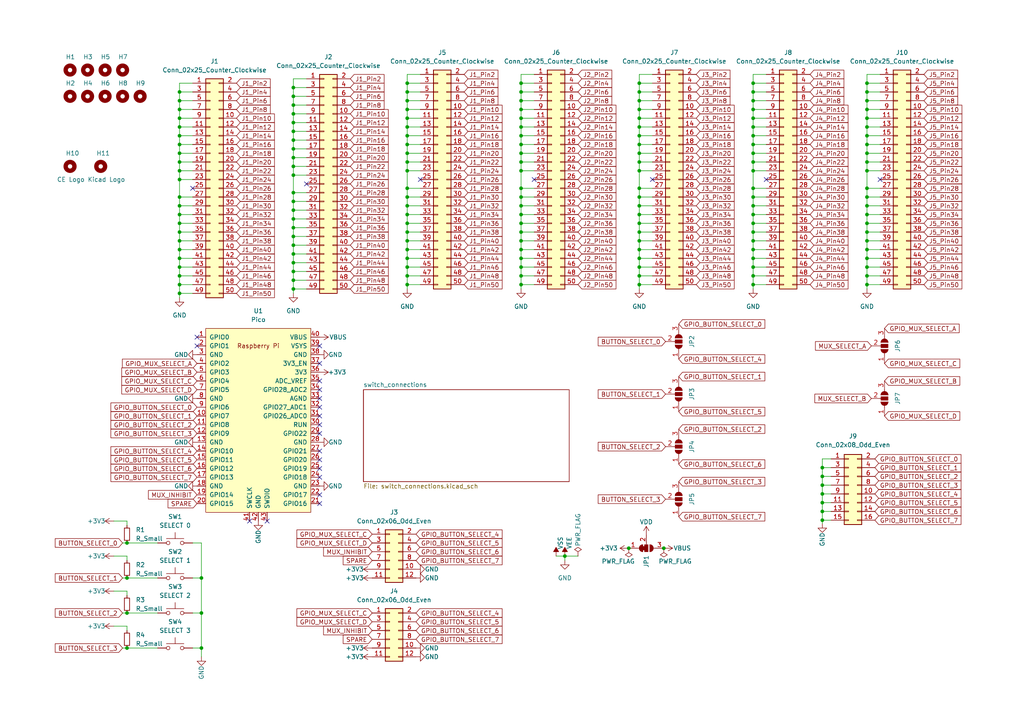
<source format=kicad_sch>
(kicad_sch (version 20211123) (generator eeschema)
  (paper "A4")
  (junction (at 118.11 49.53))
  (junction (at 218.44 62.23))
  (junction (at 185.42 80.01))
  (junction (at 238.506 145.796))
  (junction (at 151.13 72.39))
  (junction (at 185.42 59.69))
  (junction (at 151.13 82.55))
  (junction (at 118.11 57.15))
  (junction (at 185.42 44.45))
  (junction (at 151.13 74.93))
  (junction (at 52.07 44.45))
  (junction (at 218.44 36.83))
  (junction (at 36.83 187.96))
  (junction (at 118.11 72.39))
  (junction (at 85.09 66.04))
  (junction (at 251.46 41.91))
  (junction (at 118.11 74.93))
  (junction (at 52.07 62.23))
  (junction (at 251.46 82.55))
  (junction (at 151.13 80.01))
  (junction (at 218.44 41.91))
  (junction (at 218.44 39.37))
  (junction (at 52.07 39.37))
  (junction (at 238.506 138.176))
  (junction (at 251.46 31.75))
  (junction (at 85.09 35.56))
  (junction (at 118.11 44.45))
  (junction (at 151.13 39.37))
  (junction (at 118.11 41.91))
  (junction (at 52.07 69.85))
  (junction (at 251.46 57.15))
  (junction (at 85.09 63.5))
  (junction (at 218.44 59.69))
  (junction (at 185.42 54.61))
  (junction (at 151.13 46.99))
  (junction (at 238.506 143.256))
  (junction (at 52.07 67.31))
  (junction (at 185.42 49.53))
  (junction (at 85.09 60.96))
  (junction (at 218.44 72.39))
  (junction (at 151.13 57.15))
  (junction (at 52.07 85.09))
  (junction (at 238.506 140.716))
  (junction (at 85.09 43.18))
  (junction (at 251.46 26.67))
  (junction (at 185.42 64.77))
  (junction (at 118.11 36.83))
  (junction (at 185.42 46.99))
  (junction (at 58.42 177.8))
  (junction (at 163.83 161.29))
  (junction (at 52.07 46.99))
  (junction (at 151.13 62.23))
  (junction (at 118.11 77.47))
  (junction (at 118.11 31.75))
  (junction (at 58.42 187.96))
  (junction (at 251.46 59.69))
  (junction (at 251.46 74.93))
  (junction (at 118.11 80.01))
  (junction (at 251.46 67.31))
  (junction (at 218.44 64.77))
  (junction (at 185.42 34.29))
  (junction (at 151.13 54.61))
  (junction (at 85.09 40.64))
  (junction (at 251.46 29.21))
  (junction (at 52.07 77.47))
  (junction (at 118.11 46.99))
  (junction (at 85.09 78.74))
  (junction (at 238.506 148.336))
  (junction (at 151.13 24.13))
  (junction (at 185.42 41.91))
  (junction (at 251.46 46.99))
  (junction (at 185.42 39.37))
  (junction (at 52.07 49.53))
  (junction (at 151.13 26.67))
  (junction (at 85.09 48.26))
  (junction (at 85.09 76.2))
  (junction (at 218.44 74.93))
  (junction (at 185.42 31.75))
  (junction (at 85.09 55.88))
  (junction (at 192.532 159.004))
  (junction (at 251.46 80.01))
  (junction (at 118.11 62.23))
  (junction (at 36.83 177.8))
  (junction (at 85.09 71.12))
  (junction (at 36.83 157.48))
  (junction (at 251.46 44.45))
  (junction (at 85.09 81.28))
  (junction (at 118.11 29.21))
  (junction (at 52.07 64.77))
  (junction (at 52.07 52.07))
  (junction (at 118.11 26.67))
  (junction (at 185.42 24.13))
  (junction (at 85.09 50.8))
  (junction (at 185.42 67.31))
  (junction (at 52.07 57.15))
  (junction (at 185.42 69.85))
  (junction (at 52.07 80.01))
  (junction (at 251.46 69.85))
  (junction (at 218.44 31.75))
  (junction (at 251.46 36.83))
  (junction (at 151.13 69.85))
  (junction (at 185.42 82.55))
  (junction (at 251.46 64.77))
  (junction (at 218.44 46.99))
  (junction (at 52.07 74.93))
  (junction (at 151.13 67.31))
  (junction (at 238.506 135.636))
  (junction (at 185.42 72.39))
  (junction (at 52.07 31.75))
  (junction (at 85.09 25.4))
  (junction (at 151.13 34.29))
  (junction (at 182.372 159.004))
  (junction (at 85.09 73.66))
  (junction (at 85.09 38.1))
  (junction (at 218.44 44.45))
  (junction (at 185.42 62.23))
  (junction (at 185.42 57.15))
  (junction (at 85.09 30.48))
  (junction (at 185.42 77.47))
  (junction (at 151.13 41.91))
  (junction (at 251.46 39.37))
  (junction (at 218.44 77.47))
  (junction (at 52.07 26.67))
  (junction (at 85.09 58.42))
  (junction (at 52.07 36.83))
  (junction (at 251.46 72.39))
  (junction (at 218.44 54.61))
  (junction (at 118.11 69.85))
  (junction (at 151.13 64.77))
  (junction (at 52.07 41.91))
  (junction (at 118.11 34.29))
  (junction (at 36.83 167.64))
  (junction (at 218.44 57.15))
  (junction (at 118.11 82.55))
  (junction (at 151.13 77.47))
  (junction (at 218.44 49.53))
  (junction (at 85.09 68.58))
  (junction (at 118.11 39.37))
  (junction (at 185.42 36.83))
  (junction (at 218.44 29.21))
  (junction (at 118.11 24.13))
  (junction (at 52.07 34.29))
  (junction (at 251.46 62.23))
  (junction (at 218.44 24.13))
  (junction (at 251.46 34.29))
  (junction (at 52.07 29.21))
  (junction (at 251.46 54.61))
  (junction (at 151.13 59.69))
  (junction (at 52.07 59.69))
  (junction (at 85.09 33.02))
  (junction (at 151.13 36.83))
  (junction (at 151.13 44.45))
  (junction (at 58.42 167.64))
  (junction (at 238.506 150.876))
  (junction (at 218.44 67.31))
  (junction (at 118.11 54.61))
  (junction (at 118.11 64.77))
  (junction (at 218.44 26.67))
  (junction (at 52.07 82.55))
  (junction (at 151.13 29.21))
  (junction (at 218.44 69.85))
  (junction (at 218.44 34.29))
  (junction (at 251.46 24.13))
  (junction (at 218.44 80.01))
  (junction (at 218.44 82.55))
  (junction (at 151.13 49.53))
  (junction (at 118.11 67.31))
  (junction (at 52.07 72.39))
  (junction (at 185.42 29.21))
  (junction (at 185.42 26.67))
  (junction (at 85.09 45.72))
  (junction (at 118.11 59.69))
  (junction (at 185.42 74.93))
  (junction (at 251.46 49.53))
  (junction (at 85.09 83.82))
  (junction (at 151.13 31.75))
  (junction (at 85.09 27.94))
  (junction (at 251.46 77.47))
  (no_connect (at 189.23 52.07))
  (no_connect (at 88.9 53.34))
  (no_connect (at 121.92 52.07))
  (no_connect (at 154.94 52.07))
  (no_connect (at 57.15 97.79))
  (no_connect (at 57.15 100.33))
  (no_connect (at 77.47 151.13))
  (no_connect (at 72.39 151.13))
  (no_connect (at 92.71 143.51))
  (no_connect (at 92.71 138.43))
  (no_connect (at 92.71 146.05))
  (no_connect (at 92.71 130.81))
  (no_connect (at 92.71 125.73))
  (no_connect (at 92.71 135.89))
  (no_connect (at 92.71 133.35))
  (no_connect (at 92.71 120.65))
  (no_connect (at 92.71 123.19))
  (no_connect (at 92.71 110.49))
  (no_connect (at 92.71 118.11))
  (no_connect (at 92.71 113.03))
  (no_connect (at 92.71 115.57))
  (no_connect (at 92.71 105.41))
  (no_connect (at 92.71 100.33))
  (no_connect (at 222.25 52.07))
  (no_connect (at 255.27 52.07))
  (no_connect (at 55.88 54.61))
  (wire (pts (xy 185.42 31.75) (xy 185.42 34.29)))
  (wire (pts (xy 118.11 74.93) (xy 118.11 77.47)))
  (wire (pts (xy 218.44 57.15) (xy 222.25 57.15)))
  (wire (pts (xy 251.46 31.75) (xy 251.46 34.29)))
  (wire (pts (xy 85.09 55.88) (xy 85.09 58.42)))
  (wire (pts (xy 52.07 44.45) (xy 55.88 44.45)))
  (wire (pts (xy 85.09 30.48) (xy 88.9 30.48)))
  (wire (pts (xy 218.44 44.45) (xy 218.44 46.99)))
  (wire (pts (xy 163.83 161.29) (xy 167.64 161.29)))
  (wire (pts (xy 251.46 72.39) (xy 255.27 72.39)))
  (wire (pts (xy 121.92 21.59) (xy 118.11 21.59)))
  (wire (pts (xy 118.11 77.47) (xy 118.11 80.01)))
  (wire (pts (xy 218.44 39.37) (xy 222.25 39.37)))
  (wire (pts (xy 151.13 29.21) (xy 151.13 31.75)))
  (wire (pts (xy 52.07 59.69) (xy 55.88 59.69)))
  (wire (pts (xy 251.46 72.39) (xy 251.46 74.93)))
  (wire (pts (xy 251.46 26.67) (xy 251.46 29.21)))
  (wire (pts (xy 118.11 34.29) (xy 118.11 36.83)))
  (wire (pts (xy 218.44 64.77) (xy 222.25 64.77)))
  (wire (pts (xy 185.42 41.91) (xy 185.42 44.45)))
  (wire (pts (xy 151.13 59.69) (xy 154.94 59.69)))
  (wire (pts (xy 118.11 26.67) (xy 121.92 26.67)))
  (wire (pts (xy 118.11 49.53) (xy 118.11 54.61)))
  (wire (pts (xy 251.46 69.85) (xy 251.46 72.39)))
  (wire (pts (xy 118.11 62.23) (xy 118.11 64.77)))
  (wire (pts (xy 58.42 177.8) (xy 58.42 187.96)))
  (wire (pts (xy 118.11 82.55) (xy 118.11 83.82)))
  (wire (pts (xy 52.07 74.93) (xy 55.88 74.93)))
  (wire (pts (xy 185.42 34.29) (xy 189.23 34.29)))
  (wire (pts (xy 218.44 24.13) (xy 222.25 24.13)))
  (wire (pts (xy 251.46 41.91) (xy 255.27 41.91)))
  (wire (pts (xy 189.23 21.59) (xy 185.42 21.59)))
  (wire (pts (xy 251.46 41.91) (xy 251.46 44.45)))
  (wire (pts (xy 118.11 64.77) (xy 118.11 67.31)))
  (wire (pts (xy 36.83 152.4) (xy 36.83 151.13)))
  (wire (pts (xy 52.07 29.21) (xy 52.07 31.75)))
  (wire (pts (xy 85.09 68.58) (xy 88.9 68.58)))
  (wire (pts (xy 52.07 85.09) (xy 52.07 86.36)))
  (wire (pts (xy 85.09 33.02) (xy 88.9 33.02)))
  (wire (pts (xy 251.46 26.67) (xy 255.27 26.67)))
  (wire (pts (xy 85.09 50.8) (xy 88.9 50.8)))
  (wire (pts (xy 52.07 64.77) (xy 55.88 64.77)))
  (wire (pts (xy 52.07 52.07) (xy 55.88 52.07)))
  (wire (pts (xy 251.46 54.61) (xy 251.46 57.15)))
  (wire (pts (xy 251.46 24.13) (xy 255.27 24.13)))
  (wire (pts (xy 185.42 82.55) (xy 189.23 82.55)))
  (wire (pts (xy 52.07 44.45) (xy 52.07 46.99)))
  (wire (pts (xy 52.07 49.53) (xy 55.88 49.53)))
  (wire (pts (xy 251.46 74.93) (xy 251.46 77.47)))
  (wire (pts (xy 55.88 177.8) (xy 58.42 177.8)))
  (wire (pts (xy 118.11 69.85) (xy 121.92 69.85)))
  (wire (pts (xy 185.42 49.53) (xy 185.42 54.61)))
  (wire (pts (xy 185.42 49.53) (xy 189.23 49.53)))
  (wire (pts (xy 36.83 161.29) (xy 33.02 161.29)))
  (wire (pts (xy 251.46 36.83) (xy 255.27 36.83)))
  (wire (pts (xy 185.42 62.23) (xy 189.23 62.23)))
  (wire (pts (xy 118.11 67.31) (xy 118.11 69.85)))
  (wire (pts (xy 118.11 80.01) (xy 118.11 82.55)))
  (wire (pts (xy 218.44 26.67) (xy 218.44 29.21)))
  (wire (pts (xy 85.09 66.04) (xy 85.09 68.58)))
  (wire (pts (xy 241.046 140.716) (xy 238.506 140.716)))
  (wire (pts (xy 151.13 39.37) (xy 154.94 39.37)))
  (wire (pts (xy 185.42 64.77) (xy 185.42 67.31)))
  (wire (pts (xy 85.09 25.4) (xy 85.09 27.94)))
  (wire (pts (xy 52.07 46.99) (xy 55.88 46.99)))
  (wire (pts (xy 55.88 167.64) (xy 58.42 167.64)))
  (wire (pts (xy 52.07 62.23) (xy 55.88 62.23)))
  (wire (pts (xy 52.07 74.93) (xy 52.07 77.47)))
  (wire (pts (xy 185.42 72.39) (xy 185.42 74.93)))
  (wire (pts (xy 185.42 21.59) (xy 185.42 24.13)))
  (wire (pts (xy 218.44 62.23) (xy 218.44 64.77)))
  (wire (pts (xy 85.09 63.5) (xy 85.09 66.04)))
  (wire (pts (xy 151.13 62.23) (xy 151.13 64.77)))
  (wire (pts (xy 151.13 36.83) (xy 154.94 36.83)))
  (wire (pts (xy 118.11 57.15) (xy 121.92 57.15)))
  (wire (pts (xy 118.11 46.99) (xy 121.92 46.99)))
  (wire (pts (xy 251.46 62.23) (xy 255.27 62.23)))
  (wire (pts (xy 218.44 49.53) (xy 222.25 49.53)))
  (wire (pts (xy 118.11 54.61) (xy 118.11 57.15)))
  (wire (pts (xy 151.13 57.15) (xy 154.94 57.15)))
  (wire (pts (xy 163.83 161.29) (xy 163.83 162.56)))
  (wire (pts (xy 218.44 36.83) (xy 218.44 39.37)))
  (wire (pts (xy 185.42 26.67) (xy 189.23 26.67)))
  (wire (pts (xy 36.83 172.72) (xy 36.83 171.45)))
  (wire (pts (xy 151.13 64.77) (xy 154.94 64.77)))
  (wire (pts (xy 185.42 57.15) (xy 189.23 57.15)))
  (wire (pts (xy 185.42 80.01) (xy 185.42 82.55)))
  (wire (pts (xy 151.13 41.91) (xy 151.13 44.45)))
  (wire (pts (xy 52.07 34.29) (xy 55.88 34.29)))
  (wire (pts (xy 185.42 74.93) (xy 189.23 74.93)))
  (wire (pts (xy 218.44 21.59) (xy 218.44 24.13)))
  (wire (pts (xy 218.44 46.99) (xy 222.25 46.99)))
  (wire (pts (xy 52.07 39.37) (xy 52.07 41.91)))
  (wire (pts (xy 151.13 24.13) (xy 151.13 26.67)))
  (wire (pts (xy 85.09 78.74) (xy 88.9 78.74)))
  (wire (pts (xy 36.83 187.96) (xy 45.72 187.96)))
  (wire (pts (xy 185.42 59.69) (xy 189.23 59.69)))
  (wire (pts (xy 36.83 162.56) (xy 36.83 161.29)))
  (wire (pts (xy 36.83 171.45) (xy 33.02 171.45)))
  (wire (pts (xy 251.46 59.69) (xy 251.46 62.23)))
  (wire (pts (xy 85.09 73.66) (xy 88.9 73.66)))
  (wire (pts (xy 218.44 34.29) (xy 218.44 36.83)))
  (wire (pts (xy 52.07 69.85) (xy 52.07 72.39)))
  (wire (pts (xy 251.46 80.01) (xy 255.27 80.01)))
  (wire (pts (xy 36.83 151.13) (xy 33.02 151.13)))
  (wire (pts (xy 251.46 31.75) (xy 255.27 31.75)))
  (wire (pts (xy 185.42 62.23) (xy 185.42 64.77)))
  (wire (pts (xy 85.09 81.28) (xy 88.9 81.28)))
  (wire (pts (xy 151.13 67.31) (xy 154.94 67.31)))
  (wire (pts (xy 52.07 82.55) (xy 55.88 82.55)))
  (wire (pts (xy 118.11 24.13) (xy 118.11 26.67)))
  (wire (pts (xy 85.09 58.42) (xy 88.9 58.42)))
  (wire (pts (xy 238.506 143.256) (xy 238.506 145.796)))
  (wire (pts (xy 251.46 82.55) (xy 255.27 82.55)))
  (wire (pts (xy 185.42 54.61) (xy 189.23 54.61)))
  (wire (pts (xy 85.09 76.2) (xy 85.09 78.74)))
  (wire (pts (xy 151.13 31.75) (xy 154.94 31.75)))
  (wire (pts (xy 151.13 72.39) (xy 151.13 74.93)))
  (wire (pts (xy 118.11 39.37) (xy 121.92 39.37)))
  (wire (pts (xy 251.46 64.77) (xy 255.27 64.77)))
  (wire (pts (xy 251.46 44.45) (xy 255.27 44.45)))
  (wire (pts (xy 218.44 59.69) (xy 218.44 62.23)))
  (wire (pts (xy 52.07 41.91) (xy 52.07 44.45)))
  (wire (pts (xy 118.11 39.37) (xy 118.11 41.91)))
  (wire (pts (xy 151.13 34.29) (xy 154.94 34.29)))
  (wire (pts (xy 251.46 49.53) (xy 255.27 49.53)))
  (wire (pts (xy 55.88 157.48) (xy 58.42 157.48)))
  (wire (pts (xy 218.44 34.29) (xy 222.25 34.29)))
  (wire (pts (xy 52.07 69.85) (xy 55.88 69.85)))
  (wire (pts (xy 218.44 67.31) (xy 218.44 69.85)))
  (wire (pts (xy 251.46 74.93) (xy 255.27 74.93)))
  (wire (pts (xy 238.506 135.636) (xy 241.046 135.636)))
  (wire (pts (xy 118.11 36.83) (xy 121.92 36.83)))
  (wire (pts (xy 118.11 69.85) (xy 118.11 72.39)))
  (wire (pts (xy 251.46 67.31) (xy 255.27 67.31)))
  (wire (pts (xy 185.42 36.83) (xy 185.42 39.37)))
  (wire (pts (xy 52.07 80.01) (xy 52.07 82.55)))
  (wire (pts (xy 161.29 161.29) (xy 163.83 161.29)))
  (wire (pts (xy 36.83 182.88) (xy 36.83 181.61)))
  (wire (pts (xy 52.07 62.23) (xy 52.07 64.77)))
  (wire (pts (xy 238.506 138.176) (xy 241.046 138.176)))
  (wire (pts (xy 251.46 77.47) (xy 251.46 80.01)))
  (wire (pts (xy 151.13 29.21) (xy 154.94 29.21)))
  (wire (pts (xy 151.13 49.53) (xy 154.94 49.53)))
  (wire (pts (xy 185.42 69.85) (xy 189.23 69.85)))
  (wire (pts (xy 118.11 41.91) (xy 121.92 41.91)))
  (wire (pts (xy 85.09 38.1) (xy 85.09 40.64)))
  (wire (pts (xy 238.506 140.716) (xy 238.506 143.256)))
  (wire (pts (xy 251.46 29.21) (xy 255.27 29.21)))
  (wire (pts (xy 151.13 69.85) (xy 151.13 72.39)))
  (wire (pts (xy 52.07 80.01) (xy 55.88 80.01)))
  (wire (pts (xy 151.13 69.85) (xy 154.94 69.85)))
  (wire (pts (xy 185.42 34.29) (xy 185.42 36.83)))
  (wire (pts (xy 85.09 73.66) (xy 85.09 76.2)))
  (wire (pts (xy 88.9 22.86) (xy 85.09 22.86)))
  (wire (pts (xy 218.44 77.47) (xy 222.25 77.47)))
  (wire (pts (xy 52.07 31.75) (xy 52.07 34.29)))
  (wire (pts (xy 55.88 24.13) (xy 52.07 24.13)))
  (wire (pts (xy 251.46 62.23) (xy 251.46 64.77)))
  (wire (pts (xy 85.09 58.42) (xy 85.09 60.96)))
  (wire (pts (xy 185.42 77.47) (xy 185.42 80.01)))
  (wire (pts (xy 218.44 72.39) (xy 222.25 72.39)))
  (wire (pts (xy 52.07 72.39) (xy 52.07 74.93)))
  (wire (pts (xy 85.09 48.26) (xy 88.9 48.26)))
  (wire (pts (xy 251.46 34.29) (xy 251.46 36.83)))
  (wire (pts (xy 118.11 31.75) (xy 118.11 34.29)))
  (wire (pts (xy 85.09 66.04) (xy 88.9 66.04)))
  (wire (pts (xy 35.56 157.48) (xy 36.83 157.48)))
  (wire (pts (xy 85.09 40.64) (xy 88.9 40.64)))
  (wire (pts (xy 218.44 46.99) (xy 218.44 49.53)))
  (wire (pts (xy 185.42 44.45) (xy 189.23 44.45)))
  (wire (pts (xy 52.07 67.31) (xy 55.88 67.31)))
  (wire (pts (xy 85.09 55.88) (xy 88.9 55.88)))
  (wire (pts (xy 218.44 69.85) (xy 222.25 69.85)))
  (wire (pts (xy 218.44 41.91) (xy 222.25 41.91)))
  (wire (pts (xy 218.44 36.83) (xy 222.25 36.83)))
  (wire (pts (xy 118.11 67.31) (xy 121.92 67.31)))
  (wire (pts (xy 151.13 49.53) (xy 151.13 54.61)))
  (wire (pts (xy 52.07 52.07) (xy 52.07 57.15)))
  (wire (pts (xy 118.11 72.39) (xy 121.92 72.39)))
  (wire (pts (xy 185.42 39.37) (xy 189.23 39.37)))
  (wire (pts (xy 151.13 80.01) (xy 151.13 82.55)))
  (wire (pts (xy 218.44 57.15) (xy 218.44 59.69)))
  (wire (pts (xy 36.83 157.48) (xy 45.72 157.48)))
  (wire (pts (xy 218.44 44.45) (xy 222.25 44.45)))
  (wire (pts (xy 36.83 177.8) (xy 45.72 177.8)))
  (wire (pts (xy 222.25 21.59) (xy 218.44 21.59)))
  (wire (pts (xy 185.42 59.69) (xy 185.42 62.23)))
  (wire (pts (xy 151.13 77.47) (xy 151.13 80.01)))
  (wire (pts (xy 218.44 62.23) (xy 222.25 62.23)))
  (wire (pts (xy 218.44 49.53) (xy 218.44 54.61)))
  (wire (pts (xy 118.11 59.69) (xy 121.92 59.69)))
  (wire (pts (xy 251.46 54.61) (xy 255.27 54.61)))
  (wire (pts (xy 238.506 150.876) (xy 238.506 151.892)))
  (wire (pts (xy 52.07 59.69) (xy 52.07 62.23)))
  (wire (pts (xy 52.07 36.83) (xy 55.88 36.83)))
  (wire (pts (xy 118.11 31.75) (xy 121.92 31.75)))
  (wire (pts (xy 151.13 24.13) (xy 154.94 24.13)))
  (wire (pts (xy 151.13 21.59) (xy 151.13 24.13)))
  (wire (pts (xy 36.83 167.64) (xy 45.72 167.64)))
  (wire (pts (xy 151.13 57.15) (xy 151.13 59.69)))
  (wire (pts (xy 85.09 35.56) (xy 85.09 38.1)))
  (wire (pts (xy 151.13 26.67) (xy 151.13 29.21)))
  (wire (pts (xy 185.42 69.85) (xy 185.42 72.39)))
  (wire (pts (xy 151.13 64.77) (xy 151.13 67.31)))
  (wire (pts (xy 118.11 44.45) (xy 118.11 46.99)))
  (wire (pts (xy 35.56 167.64) (xy 36.83 167.64)))
  (wire (pts (xy 85.09 83.82) (xy 85.09 85.09)))
  (wire (pts (xy 85.09 43.18) (xy 88.9 43.18)))
  (wire (pts (xy 85.09 25.4) (xy 88.9 25.4)))
  (wire (pts (xy 85.09 50.8) (xy 85.09 55.88)))
  (wire (pts (xy 251.46 67.31) (xy 251.46 69.85)))
  (wire (pts (xy 241.046 148.336) (xy 238.506 148.336)))
  (wire (pts (xy 151.13 44.45) (xy 151.13 46.99)))
  (wire (pts (xy 151.13 62.23) (xy 154.94 62.23)))
  (wire (pts (xy 52.07 41.91) (xy 55.88 41.91)))
  (wire (pts (xy 185.42 82.55) (xy 185.42 83.82)))
  (wire (pts (xy 185.42 44.45) (xy 185.42 46.99)))
  (wire (pts (xy 185.42 29.21) (xy 189.23 29.21)))
  (wire (pts (xy 52.07 57.15) (xy 52.07 59.69)))
  (wire (pts (xy 151.13 54.61) (xy 154.94 54.61)))
  (wire (pts (xy 218.44 69.85) (xy 218.44 72.39)))
  (wire (pts (xy 218.44 74.93) (xy 218.44 77.47)))
  (wire (pts (xy 218.44 24.13) (xy 218.44 26.67)))
  (wire (pts (xy 85.09 71.12) (xy 88.9 71.12)))
  (wire (pts (xy 151.13 46.99) (xy 154.94 46.99)))
  (wire (pts (xy 251.46 57.15) (xy 255.27 57.15)))
  (wire (pts (xy 52.07 57.15) (xy 55.88 57.15)))
  (wire (pts (xy 185.42 77.47) (xy 189.23 77.47)))
  (wire (pts (xy 185.42 39.37) (xy 185.42 41.91)))
  (wire (pts (xy 251.46 59.69) (xy 255.27 59.69)))
  (wire (pts (xy 185.42 57.15) (xy 185.42 59.69)))
  (wire (pts (xy 118.11 29.21) (xy 121.92 29.21)))
  (wire (pts (xy 85.09 60.96) (xy 85.09 63.5)))
  (wire (pts (xy 118.11 26.67) (xy 118.11 29.21)))
  (wire (pts (xy 218.44 29.21) (xy 222.25 29.21)))
  (wire (pts (xy 55.88 187.96) (xy 58.42 187.96)))
  (wire (pts (xy 218.44 59.69) (xy 222.25 59.69)))
  (wire (pts (xy 218.44 26.67) (xy 222.25 26.67)))
  (wire (pts (xy 85.09 83.82) (xy 88.9 83.82)))
  (wire (pts (xy 238.506 145.796) (xy 241.046 145.796)))
  (wire (pts (xy 218.44 67.31) (xy 222.25 67.31)))
  (wire (pts (xy 185.42 67.31) (xy 185.42 69.85)))
  (wire (pts (xy 251.46 29.21) (xy 251.46 31.75)))
  (wire (pts (xy 151.13 74.93) (xy 154.94 74.93)))
  (wire (pts (xy 52.07 85.09) (xy 55.88 85.09)))
  (wire (pts (xy 185.42 46.99) (xy 189.23 46.99)))
  (wire (pts (xy 185.42 29.21) (xy 185.42 31.75)))
  (wire (pts (xy 85.09 22.86) (xy 85.09 25.4)))
  (wire (pts (xy 218.44 82.55) (xy 222.25 82.55)))
  (wire (pts (xy 218.44 64.77) (xy 218.44 67.31)))
  (wire (pts (xy 52.07 24.13) (xy 52.07 26.67)))
  (wire (pts (xy 154.94 21.59) (xy 151.13 21.59)))
  (wire (pts (xy 151.13 26.67) (xy 154.94 26.67)))
  (wire (pts (xy 238.506 133.096) (xy 238.506 135.636)))
  (wire (pts (xy 218.44 29.21) (xy 218.44 31.75)))
  (wire (pts (xy 85.09 30.48) (xy 85.09 33.02)))
  (wire (pts (xy 35.56 187.96) (xy 36.83 187.96)))
  (wire (pts (xy 185.42 26.67) (xy 185.42 29.21)))
  (wire (pts (xy 118.11 82.55) (xy 121.92 82.55)))
  (wire (pts (xy 218.44 72.39) (xy 218.44 74.93)))
  (wire (pts (xy 85.09 27.94) (xy 85.09 30.48)))
  (wire (pts (xy 52.07 49.53) (xy 52.07 52.07)))
  (wire (pts (xy 52.07 64.77) (xy 52.07 67.31)))
  (wire (pts (xy 52.07 46.99) (xy 52.07 49.53)))
  (wire (pts (xy 218.44 41.91) (xy 218.44 44.45)))
  (wire (pts (xy 85.09 68.58) (xy 85.09 71.12)))
  (wire (pts (xy 52.07 36.83) (xy 52.07 39.37)))
  (wire (pts (xy 52.07 82.55) (xy 52.07 85.09)))
  (wire (pts (xy 238.506 143.256) (xy 241.046 143.256)))
  (wire (pts (xy 185.42 36.83) (xy 189.23 36.83)))
  (wire (pts (xy 251.46 44.45) (xy 251.46 46.99)))
  (wire (pts (xy 85.09 71.12) (xy 85.09 73.66)))
  (wire (pts (xy 218.44 80.01) (xy 218.44 82.55)))
  (wire (pts (xy 151.13 39.37) (xy 151.13 41.91)))
  (wire (pts (xy 251.46 69.85) (xy 255.27 69.85)))
  (wire (pts (xy 251.46 21.59) (xy 251.46 24.13)))
  (wire (pts (xy 151.13 36.83) (xy 151.13 39.37)))
  (wire (pts (xy 118.11 24.13) (xy 121.92 24.13)))
  (wire (pts (xy 85.09 45.72) (xy 88.9 45.72)))
  (wire (pts (xy 85.09 48.26) (xy 85.09 50.8)))
  (wire (pts (xy 251.46 46.99) (xy 251.46 49.53)))
  (wire (pts (xy 58.42 187.96) (xy 58.42 190.5)))
  (wire (pts (xy 85.09 40.64) (xy 85.09 43.18)))
  (wire (pts (xy 118.11 34.29) (xy 121.92 34.29)))
  (wire (pts (xy 33.02 181.61) (xy 36.83 181.61)))
  (wire (pts (xy 218.44 54.61) (xy 222.25 54.61)))
  (wire (pts (xy 52.07 26.67) (xy 52.07 29.21)))
  (wire (pts (xy 52.07 72.39) (xy 55.88 72.39)))
  (wire (pts (xy 52.07 34.29) (xy 52.07 36.83)))
  (wire (pts (xy 241.046 133.096) (xy 238.506 133.096)))
  (wire (pts (xy 118.11 64.77) (xy 121.92 64.77)))
  (wire (pts (xy 118.11 77.47) (xy 121.92 77.47)))
  (wire (pts (xy 58.42 167.64) (xy 58.42 177.8)))
  (wire (pts (xy 151.13 67.31) (xy 151.13 69.85)))
  (wire (pts (xy 185.42 41.91) (xy 189.23 41.91)))
  (wire (pts (xy 52.07 29.21) (xy 55.88 29.21)))
  (wire (pts (xy 118.11 46.99) (xy 118.11 49.53)))
  (wire (pts (xy 85.09 35.56) (xy 88.9 35.56)))
  (wire (pts (xy 118.11 44.45) (xy 121.92 44.45)))
  (wire (pts (xy 185.42 24.13) (xy 185.42 26.67)))
  (wire (pts (xy 185.42 72.39) (xy 189.23 72.39)))
  (wire (pts (xy 251.46 24.13) (xy 251.46 26.67)))
  (wire (pts (xy 85.09 76.2) (xy 88.9 76.2)))
  (wire (pts (xy 185.42 74.93) (xy 185.42 77.47)))
  (wire (pts (xy 151.13 41.91) (xy 154.94 41.91)))
  (wire (pts (xy 151.13 59.69) (xy 151.13 62.23)))
  (wire (pts (xy 151.13 74.93) (xy 151.13 77.47)))
  (wire (pts (xy 151.13 54.61) (xy 151.13 57.15)))
  (wire (pts (xy 218.44 82.55) (xy 218.44 83.82)))
  (wire (pts (xy 85.09 63.5) (xy 88.9 63.5)))
  (wire (pts (xy 238.506 135.636) (xy 238.506 138.176)))
  (wire (pts (xy 218.44 80.01) (xy 222.25 80.01)))
  (wire (pts (xy 251.46 80.01) (xy 251.46 82.55)))
  (wire (pts (xy 251.46 82.55) (xy 251.46 83.82)))
  (wire (pts (xy 118.11 54.61) (xy 121.92 54.61)))
  (wire (pts (xy 85.09 27.94) (xy 88.9 27.94)))
  (wire (pts (xy 118.11 41.91) (xy 118.11 44.45)))
  (wire (pts (xy 118.11 72.39) (xy 118.11 74.93)))
  (wire (pts (xy 85.09 45.72) (xy 85.09 48.26)))
  (wire (pts (xy 85.09 60.96) (xy 88.9 60.96)))
  (wire (pts (xy 52.07 67.31) (xy 52.07 69.85)))
  (wire (pts (xy 255.27 21.59) (xy 251.46 21.59)))
  (wire (pts (xy 118.11 62.23) (xy 121.92 62.23)))
  (wire (pts (xy 238.506 145.796) (xy 238.506 148.336)))
  (wire (pts (xy 118.11 74.93) (xy 121.92 74.93)))
  (wire (pts (xy 52.07 26.67) (xy 55.88 26.67)))
  (wire (pts (xy 185.42 54.61) (xy 185.42 57.15)))
  (wire (pts (xy 151.13 72.39) (xy 154.94 72.39)))
  (wire (pts (xy 85.09 81.28) (xy 85.09 83.82)))
  (wire (pts (xy 251.46 36.83) (xy 251.46 39.37)))
  (wire (pts (xy 251.46 39.37) (xy 255.27 39.37)))
  (wire (pts (xy 151.13 34.29) (xy 151.13 36.83)))
  (wire (pts (xy 151.13 31.75) (xy 151.13 34.29)))
  (wire (pts (xy 118.11 57.15) (xy 118.11 59.69)))
  (wire (pts (xy 118.11 36.83) (xy 118.11 39.37)))
  (wire (pts (xy 151.13 82.55) (xy 154.94 82.55)))
  (wire (pts (xy 118.11 21.59) (xy 118.11 24.13)))
  (wire (pts (xy 151.13 82.55) (xy 151.13 83.82)))
  (wire (pts (xy 118.11 59.69) (xy 118.11 62.23)))
  (wire (pts (xy 218.44 31.75) (xy 222.25 31.75)))
  (wire (pts (xy 151.13 44.45) (xy 154.94 44.45)))
  (wire (pts (xy 251.46 46.99) (xy 255.27 46.99)))
  (wire (pts (xy 218.44 39.37) (xy 218.44 41.91)))
  (wire (pts (xy 151.13 80.01) (xy 154.94 80.01)))
  (wire (pts (xy 85.09 38.1) (xy 88.9 38.1)))
  (wire (pts (xy 251.46 49.53) (xy 251.46 54.61)))
  (wire (pts (xy 58.42 157.48) (xy 58.42 167.64)))
  (wire (pts (xy 251.46 57.15) (xy 251.46 59.69)))
  (wire (pts (xy 85.09 33.02) (xy 85.09 35.56)))
  (wire (pts (xy 238.506 148.336) (xy 238.506 150.876)))
  (wire (pts (xy 185.42 24.13) (xy 189.23 24.13)))
  (wire (pts (xy 185.42 46.99) (xy 185.42 49.53)))
  (wire (pts (xy 151.13 77.47) (xy 154.94 77.47)))
  (wire (pts (xy 218.44 31.75) (xy 218.44 34.29)))
  (wire (pts (xy 185.42 31.75) (xy 189.23 31.75)))
  (wire (pts (xy 35.56 177.8) (xy 36.83 177.8)))
  (wire (pts (xy 238.506 138.176) (xy 238.506 140.716)))
  (wire (pts (xy 185.42 80.01) (xy 189.23 80.01)))
  (wire (pts (xy 218.44 74.93) (xy 222.25 74.93)))
  (wire (pts (xy 251.46 39.37) (xy 251.46 41.91)))
  (wire (pts (xy 251.46 77.47) (xy 255.27 77.47)))
  (wire (pts (xy 185.42 64.77) (xy 189.23 64.77)))
  (wire (pts (xy 118.11 80.01) (xy 121.92 80.01)))
  (wire (pts (xy 52.07 77.47) (xy 55.88 77.47)))
  (wire (pts (xy 218.44 54.61) (xy 218.44 57.15)))
  (wire (pts (xy 151.13 46.99) (xy 151.13 49.53)))
  (wire (pts (xy 251.46 34.29) (xy 255.27 34.29)))
  (wire (pts (xy 118.11 29.21) (xy 118.11 31.75)))
  (wire (pts (xy 185.42 67.31) (xy 189.23 67.31)))
  (wire (pts (xy 85.09 43.18) (xy 85.09 45.72)))
  (wire (pts (xy 52.07 31.75) (xy 55.88 31.75)))
  (wire (pts (xy 241.046 150.876) (xy 238.506 150.876)))
  (wire (pts (xy 251.46 64.77) (xy 251.46 67.31)))
  (wire (pts (xy 52.07 77.47) (xy 52.07 80.01)))
  (wire (pts (xy 52.07 39.37) (xy 55.88 39.37)))
  (wire (pts (xy 218.44 77.47) (xy 218.44 80.01)))
  (wire (pts (xy 85.09 78.74) (xy 85.09 81.28)))
  (wire (pts (xy 118.11 49.53) (xy 121.92 49.53)))
  (global_label "J4_Pin2" (shape input) (at 234.95 21.59 0) (property "Intersheet References" "${INTERSHEET_REFS}" (effects hide)))
  (global_label "J1_Pin20" (shape input) (at 134.62 44.45 0) (property "Intersheet References" "${INTERSHEET_REFS}" (effects hide)))
  (global_label "J4_Pin4" (shape input) (at 234.95 24.13 0) (property "Intersheet References" "${INTERSHEET_REFS}" (effects hide)))
  (global_label "J3_Pin34" (shape input) (at 201.93 62.23 0) (property "Intersheet References" "${INTERSHEET_REFS}" (effects hide)))
  (global_label "BUTTON_SELECT_1" (shape input) (at 193.04 114.3 180) (property "Intersheet References" "${INTERSHEET_REFS}" (effects hide)))
  (global_label "J1_Pin28" (shape input) (at 134.62 54.61 0) (property "Intersheet References" "${INTERSHEET_REFS}" (effects hide)))
  (global_label "J1_Pin48" (shape input) (at 134.62 80.01 0) (property "Intersheet References" "${INTERSHEET_REFS}" (effects hide)))
  (global_label "J5_Pin50" (shape input) (at 267.97 82.55 0) (property "Intersheet References" "${INTERSHEET_REFS}" (effects hide)))
  (global_label "J1_Pin36" (shape input) (at 134.62 64.77 0) (property "Intersheet References" "${INTERSHEET_REFS}" (effects hide)))
  (global_label "J1_Pin8" (shape input) (at 134.62 29.21 0) (property "Intersheet References" "${INTERSHEET_REFS}" (effects hide)))
  (global_label "J1_Pin18" (shape input) (at 68.58 44.45 0) (property "Intersheet References" "${INTERSHEET_REFS}" (effects hide)))
  (global_label "J1_Pin26" (shape input) (at 101.6 53.34 0) (property "Intersheet References" "${INTERSHEET_REFS}" (effects hide)))
  (global_label "J3_Pin40" (shape input) (at 201.93 69.85 0) (property "Intersheet References" "${INTERSHEET_REFS}" (effects hide)))
  (global_label "GPIO_MUX_SELECT_A" (shape input) (at 256.54 95.25 0) (property "Intersheet References" "${INTERSHEET_REFS}" (effects hide)))
  (global_label "J3_Pin26" (shape input) (at 201.93 52.07 0) (property "Intersheet References" "${INTERSHEET_REFS}" (effects hide)))
  (global_label "J5_Pin16" (shape input) (at 267.97 39.37 0) (property "Intersheet References" "${INTERSHEET_REFS}" (effects hide)))
  (global_label "J5_Pin36" (shape input) (at 267.97 64.77 0) (property "Intersheet References" "${INTERSHEET_REFS}" (effects hide)))
  (global_label "J4_Pin12" (shape input) (at 234.95 34.29 0) (property "Intersheet References" "${INTERSHEET_REFS}" (effects hide)))
  (global_label "BUTTON_SELECT_2" (shape input) (at 35.56 177.8 180) (property "Intersheet References" "${INTERSHEET_REFS}" (effects hide)))
  (global_label "J2_Pin24" (shape input) (at 167.64 49.53 0) (property "Intersheet References" "${INTERSHEET_REFS}" (effects hide)))
  (global_label "J1_Pin42" (shape input) (at 101.6 73.66 0) (property "Intersheet References" "${INTERSHEET_REFS}" (effects hide)))
  (global_label "J4_Pin6" (shape input) (at 234.95 26.67 0) (property "Intersheet References" "${INTERSHEET_REFS}" (effects hide)))
  (global_label "J4_Pin22" (shape input) (at 234.95 46.99 0) (property "Intersheet References" "${INTERSHEET_REFS}" (effects hide)))
  (global_label "J4_Pin40" (shape input) (at 234.95 69.85 0) (property "Intersheet References" "${INTERSHEET_REFS}" (effects hide)))
  (global_label "J1_Pin26" (shape input) (at 68.58 54.61 0) (property "Intersheet References" "${INTERSHEET_REFS}" (effects hide)))
  (global_label "J3_Pin6" (shape input) (at 201.93 26.67 0) (property "Intersheet References" "${INTERSHEET_REFS}" (effects hide)))
  (global_label "J3_Pin2" (shape input) (at 201.93 21.59 0) (property "Intersheet References" "${INTERSHEET_REFS}" (effects hide)))
  (global_label "GPIO_BUTTON_SELECT_3" (shape input) (at 253.746 140.716 0) (property "Intersheet References" "${INTERSHEET_REFS}" (effects hide)))
  (global_label "J2_Pin46" (shape input) (at 167.64 77.47 0) (property "Intersheet References" "${INTERSHEET_REFS}" (effects hide)))
  (global_label "J1_Pin28" (shape input) (at 101.6 55.88 0) (property "Intersheet References" "${INTERSHEET_REFS}" (effects hide)))
  (global_label "J1_Pin18" (shape input) (at 101.6 43.18 0) (property "Intersheet References" "${INTERSHEET_REFS}" (effects hide)))
  (global_label "J1_Pin46" (shape input) (at 101.6 78.74 0) (property "Intersheet References" "${INTERSHEET_REFS}" (effects hide)))
  (global_label "GPIO_BUTTON_SELECT_0" (shape input) (at 57.15 118.11 180) (property "Intersheet References" "${INTERSHEET_REFS}" (effects hide)))
  (global_label "GPIO_MUX_SELECT_C" (shape input) (at 256.54 105.41 0) (property "Intersheet References" "${INTERSHEET_REFS}" (effects hide)))
  (global_label "J1_Pin40" (shape input) (at 101.6 71.12 0) (property "Intersheet References" "${INTERSHEET_REFS}" (effects hide)))
  (global_label "J2_Pin40" (shape input) (at 167.64 69.85 0) (property "Intersheet References" "${INTERSHEET_REFS}" (effects hide)))
  (global_label "J4_Pin50" (shape input) (at 234.95 82.55 0) (property "Intersheet References" "${INTERSHEET_REFS}" (effects hide)))
  (global_label "GPIO_MUX_SELECT_C" (shape input) (at 107.95 154.94 180) (property "Intersheet References" "${INTERSHEET_REFS}" (effects hide)))
  (global_label "J3_Pin46" (shape input) (at 201.93 77.47 0) (property "Intersheet References" "${INTERSHEET_REFS}" (effects hide)))
  (global_label "J3_Pin12" (shape input) (at 201.93 34.29 0) (property "Intersheet References" "${INTERSHEET_REFS}" (effects hide)))
  (global_label "J2_Pin32" (shape input) (at 167.64 59.69 0) (property "Intersheet References" "${INTERSHEET_REFS}" (effects hide)))
  (global_label "GPIO_BUTTON_SELECT_4" (shape input) (at 57.15 130.81 180) (property "Intersheet References" "${INTERSHEET_REFS}" (effects hide)))
  (global_label "J3_Pin42" (shape input) (at 201.93 72.39 0) (property "Intersheet References" "${INTERSHEET_REFS}" (effects hide)))
  (global_label "J4_Pin14" (shape input) (at 234.95 36.83 0) (property "Intersheet References" "${INTERSHEET_REFS}" (effects hide)))
  (global_label "GPIO_MUX_SELECT_D" (shape input) (at 57.15 113.03 180) (property "Intersheet References" "${INTERSHEET_REFS}" (effects hide)))
  (global_label "J1_Pin50" (shape input) (at 134.62 82.55 0) (property "Intersheet References" "${INTERSHEET_REFS}" (effects hide)))
  (global_label "J1_Pin34" (shape input) (at 134.62 62.23 0) (property "Intersheet References" "${INTERSHEET_REFS}" (effects hide)))
  (global_label "J1_Pin18" (shape input) (at 134.62 41.91 0) (property "Intersheet References" "${INTERSHEET_REFS}" (effects hide)))
  (global_label "J1_Pin12" (shape input) (at 134.62 34.29 0) (property "Intersheet References" "${INTERSHEET_REFS}" (effects hide)))
  (global_label "J5_Pin38" (shape input) (at 267.97 67.31 0) (property "Intersheet References" "${INTERSHEET_REFS}" (effects hide)))
  (global_label "J5_Pin18" (shape input) (at 267.97 41.91 0) (property "Intersheet References" "${INTERSHEET_REFS}" (effects hide)))
  (global_label "J2_Pin8" (shape input) (at 167.64 29.21 0) (property "Intersheet References" "${INTERSHEET_REFS}" (effects hide)))
  (global_label "GPIO_BUTTON_SELECT_5" (shape input) (at 196.85 119.38 0) (property "Intersheet References" "${INTERSHEET_REFS}" (effects hide)))
  (global_label "GPIO_BUTTON_SELECT_7" (shape input) (at 120.65 162.56 0) (property "Intersheet References" "${INTERSHEET_REFS}" (effects hide)))
  (global_label "J5_Pin6" (shape input) (at 267.97 26.67 0) (property "Intersheet References" "${INTERSHEET_REFS}" (effects hide)))
  (global_label "J1_Pin14" (shape input) (at 101.6 38.1 0) (property "Intersheet References" "${INTERSHEET_REFS}" (effects hide)))
  (global_label "J1_Pin22" (shape input) (at 134.62 46.99 0) (property "Intersheet References" "${INTERSHEET_REFS}" (effects hide)))
  (global_label "J1_Pin2" (shape input) (at 68.58 24.13 0) (property "Intersheet References" "${INTERSHEET_REFS}" (effects hide)))
  (global_label "J3_Pin32" (shape input) (at 201.93 59.69 0) (property "Intersheet References" "${INTERSHEET_REFS}" (effects hide)))
  (global_label "GPIO_MUX_SELECT_D" (shape input) (at 107.95 180.34 180) (property "Intersheet References" "${INTERSHEET_REFS}" (effects hide)))
  (global_label "J3_Pin16" (shape input) (at 201.93 39.37 0) (property "Intersheet References" "${INTERSHEET_REFS}" (effects hide)))
  (global_label "GPIO_BUTTON_SELECT_0" (shape input) (at 253.746 133.096 0) (property "Intersheet References" "${INTERSHEET_REFS}" (effects hide)))
  (global_label "GPIO_BUTTON_SELECT_5" (shape input) (at 120.65 157.48 0) (property "Intersheet References" "${INTERSHEET_REFS}" (effects hide)))
  (global_label "J1_Pin46" (shape input) (at 68.58 80.01 0) (property "Intersheet References" "${INTERSHEET_REFS}" (effects hide)))
  (global_label "GPIO_BUTTON_SELECT_7" (shape input) (at 196.85 149.86 0) (property "Intersheet References" "${INTERSHEET_REFS}" (effects hide)))
  (global_label "J5_Pin34" (shape input) (at 267.97 62.23 0) (property "Intersheet References" "${INTERSHEET_REFS}" (effects hide)))
  (global_label "J1_Pin44" (shape input) (at 101.6 76.2 0) (property "Intersheet References" "${INTERSHEET_REFS}" (effects hide)))
  (global_label "J5_Pin8" (shape input) (at 267.97 29.21 0) (property "Intersheet References" "${INTERSHEET_REFS}" (effects hide)))
  (global_label "J3_Pin50" (shape input) (at 201.93 82.55 0) (property "Intersheet References" "${INTERSHEET_REFS}" (effects hide)))
  (global_label "J1_Pin24" (shape input) (at 134.62 49.53 0) (property "Intersheet References" "${INTERSHEET_REFS}" (effects hide)))
  (global_label "MUX_SELECT_B" (shape input) (at 252.73 115.57 180) (property "Intersheet References" "${INTERSHEET_REFS}" (effects hide)))
  (global_label "J4_Pin44" (shape input) (at 234.95 74.93 0) (property "Intersheet References" "${INTERSHEET_REFS}" (effects hide)))
  (global_label "J1_Pin36" (shape input) (at 68.58 67.31 0) (property "Intersheet References" "${INTERSHEET_REFS}" (effects hide)))
  (global_label "GPIO_BUTTON_SELECT_7" (shape input) (at 57.15 138.43 180) (property "Intersheet References" "${INTERSHEET_REFS}" (effects hide)))
  (global_label "GPIO_MUX_SELECT_B" (shape input) (at 57.15 107.95 180) (property "Intersheet References" "${INTERSHEET_REFS}" (effects hide)))
  (global_label "J3_Pin30" (shape input) (at 201.93 57.15 0) (property "Intersheet References" "${INTERSHEET_REFS}" (effects hide)))
  (global_label "J5_Pin4" (shape input) (at 267.97 24.13 0) (property "Intersheet References" "${INTERSHEET_REFS}" (effects hide)))
  (global_label "J4_Pin28" (shape input) (at 234.95 54.61 0) (property "Intersheet References" "${INTERSHEET_REFS}" (effects hide)))
  (global_label "J2_Pin38" (shape input) (at 167.64 67.31 0) (property "Intersheet References" "${INTERSHEET_REFS}" (effects hide)))
  (global_label "J3_Pin38" (shape input) (at 201.93 67.31 0) (property "Intersheet References" "${INTERSHEET_REFS}" (effects hide)))
  (global_label "J4_Pin46" (shape input) (at 234.95 77.47 0) (property "Intersheet References" "${INTERSHEET_REFS}" (effects hide)))
  (global_label "J1_Pin10" (shape input) (at 101.6 33.02 0) (property "Intersheet References" "${INTERSHEET_REFS}" (effects hide)))
  (global_label "J1_Pin16" (shape input) (at 134.62 39.37 0) (property "Intersheet References" "${INTERSHEET_REFS}" (effects hide)))
  (global_label "J2_Pin10" (shape input) (at 167.64 31.75 0) (property "Intersheet References" "${INTERSHEET_REFS}" (effects hide)))
  (global_label "J4_Pin36" (shape input) (at 234.95 64.77 0) (property "Intersheet References" "${INTERSHEET_REFS}" (effects hide)))
  (global_label "BUTTON_SELECT_0" (shape input) (at 193.04 99.06 180) (property "Intersheet References" "${INTERSHEET_REFS}" (effects hide)))
  (global_label "J1_Pin30" (shape input) (at 134.62 57.15 0) (property "Intersheet References" "${INTERSHEET_REFS}" (effects hide)))
  (global_label "J3_Pin20" (shape input) (at 201.93 44.45 0) (property "Intersheet References" "${INTERSHEET_REFS}" (effects hide)))
  (global_label "GPIO_BUTTON_SELECT_6" (shape input) (at 57.15 135.89 180) (property "Intersheet References" "${INTERSHEET_REFS}" (effects hide)))
  (global_label "J5_Pin20" (shape input) (at 267.97 44.45 0) (property "Intersheet References" "${INTERSHEET_REFS}" (effects hide)))
  (global_label "J2_Pin42" (shape input) (at 167.64 72.39 0) (property "Intersheet References" "${INTERSHEET_REFS}" (effects hide)))
  (global_label "GPIO_MUX_SELECT_C" (shape input) (at 57.15 110.49 180) (property "Intersheet References" "${INTERSHEET_REFS}" (effects hide)))
  (global_label "J2_Pin4" (shape input) (at 167.64 24.13 0) (property "Intersheet References" "${INTERSHEET_REFS}" (effects hide)))
  (global_label "J1_Pin14" (shape input) (at 134.62 36.83 0) (property "Intersheet References" "${INTERSHEET_REFS}" (effects hide)))
  (global_label "J1_Pin44" (shape input) (at 68.58 77.47 0) (property "Intersheet References" "${INTERSHEET_REFS}" (effects hide)))
  (global_label "J1_Pin32" (shape input) (at 134.62 59.69 0) (property "Intersheet References" "${INTERSHEET_REFS}" (effects hide)))
  (global_label "J1_Pin12" (shape input) (at 101.6 35.56 0) (property "Intersheet References" "${INTERSHEET_REFS}" (effects hide)))
  (global_label "GPIO_MUX_SELECT_D" (shape input) (at 107.95 157.48 180) (property "Intersheet References" "${INTERSHEET_REFS}" (effects hide)))
  (global_label "J1_Pin24" (shape input) (at 68.58 52.07 0) (property "Intersheet References" "${INTERSHEET_REFS}" (effects hide)))
  (global_label "J1_Pin4" (shape input) (at 101.6 25.4 0) (property "Intersheet References" "${INTERSHEET_REFS}" (effects hide)))
  (global_label "GPIO_BUTTON_SELECT_4" (shape input) (at 196.85 104.14 0) (property "Intersheet References" "${INTERSHEET_REFS}" (effects hide)))
  (global_label "J2_Pin6" (shape input) (at 167.64 26.67 0) (property "Intersheet References" "${INTERSHEET_REFS}" (effects hide)))
  (global_label "J5_Pin28" (shape input) (at 267.97 54.61 0) (property "Intersheet References" "${INTERSHEET_REFS}" (effects hide)))
  (global_label "GPIO_BUTTON_SELECT_1" (shape input) (at 253.746 135.636 0) (property "Intersheet References" "${INTERSHEET_REFS}" (effects hide)))
  (global_label "J5_Pin42" (shape input) (at 267.97 72.39 0) (property "Intersheet References" "${INTERSHEET_REFS}" (effects hide)))
  (global_label "J1_Pin48" (shape input) (at 101.6 81.28 0) (property "Intersheet References" "${INTERSHEET_REFS}" (effects hide)))
  (global_label "J5_Pin10" (shape input) (at 267.97 31.75 0) (property "Intersheet References" "${INTERSHEET_REFS}" (effects hide)))
  (global_label "J3_Pin4" (shape input) (at 201.93 24.13 0) (property "Intersheet References" "${INTERSHEET_REFS}" (effects hide)))
  (global_label "J4_Pin26" (shape input) (at 234.95 52.07 0) (property "Intersheet References" "${INTERSHEET_REFS}" (effects hide)))
  (global_label "J1_Pin42" (shape input) (at 68.58 74.93 0) (property "Intersheet References" "${INTERSHEET_REFS}" (effects hide)))
  (global_label "GPIO_BUTTON_SELECT_2" (shape input) (at 57.15 123.19 180) (property "Intersheet References" "${INTERSHEET_REFS}" (effects hide)))
  (global_label "J2_Pin36" (shape input) (at 167.64 64.77 0) (property "Intersheet References" "${INTERSHEET_REFS}" (effects hide)))
  (global_label "J1_Pin50" (shape input) (at 101.6 83.82 0) (property "Intersheet References" "${INTERSHEET_REFS}" (effects hide)))
  (global_label "J4_Pin24" (shape input) (at 234.95 49.53 0) (property "Intersheet References" "${INTERSHEET_REFS}" (effects hide)))
  (global_label "J5_Pin32" (shape input) (at 267.97 59.69 0) (property "Intersheet References" "${INTERSHEET_REFS}" (effects hide)))
  (global_label "J2_Pin44" (shape input) (at 167.64 74.93 0) (property "Intersheet References" "${INTERSHEET_REFS}" (effects hide)))
  (global_label "J1_Pin44" (shape input) (at 134.62 74.93 0) (property "Intersheet References" "${INTERSHEET_REFS}" (effects hide)))
  (global_label "J1_Pin46" (shape input) (at 134.62 77.47 0) (property "Intersheet References" "${INTERSHEET_REFS}" (effects hide)))
  (global_label "J4_Pin16" (shape input) (at 234.95 39.37 0) (property "Intersheet References" "${INTERSHEET_REFS}" (effects hide)))
  (global_label "J3_Pin8" (shape input) (at 201.93 29.21 0) (property "Intersheet References" "${INTERSHEET_REFS}" (effects hide)))
  (global_label "J2_Pin48" (shape input) (at 167.64 80.01 0) (property "Intersheet References" "${INTERSHEET_REFS}" (effects hide)))
  (global_label "J1_Pin22" (shape input) (at 101.6 48.26 0) (property "Intersheet References" "${INTERSHEET_REFS}" (effects hide)))
  (global_label "J1_Pin6" (shape input) (at 134.62 26.67 0) (property "Intersheet References" "${INTERSHEET_REFS}" (effects hide)))
  (global_label "J5_Pin14" (shape input) (at 267.97 36.83 0) (property "Intersheet References" "${INTERSHEET_REFS}" (effects hide)))
  (global_label "J5_Pin40" (shape input) (at 267.97 69.85 0) (property "Intersheet References" "${INTERSHEET_REFS}" (effects hide)))
  (global_label "J3_Pin22" (shape input) (at 201.93 46.99 0) (property "Intersheet References" "${INTERSHEET_REFS}" (effects hide)))
  (global_label "J1_Pin42" (shape input) (at 134.62 72.39 0) (property "Intersheet References" "${INTERSHEET_REFS}" (effects hide)))
  (global_label "MUX_INHIBIT" (shape input) (at 107.95 182.88 180) (property "Intersheet References" "${INTERSHEET_REFS}" (effects hide)))
  (global_label "GPIO_BUTTON_SELECT_6" (shape input) (at 196.85 134.62 0) (property "Intersheet References" "${INTERSHEET_REFS}" (effects hide)))
  (global_label "MUX_INHIBIT" (shape input) (at 107.95 160.02 180) (property "Intersheet References" "${INTERSHEET_REFS}" (effects hide)))
  (global_label "BUTTON_SELECT_3" (shape input) (at 35.56 187.96 180) (property "Intersheet References" "${INTERSHEET_REFS}" (effects hide)))
  (global_label "J1_Pin16" (shape input) (at 101.6 40.64 0) (property "Intersheet References" "${INTERSHEET_REFS}" (effects hide)))
  (global_label "J1_Pin36" (shape input) (at 101.6 66.04 0) (property "Intersheet References" "${INTERSHEET_REFS}" (effects hide)))
  (global_label "GPIO_BUTTON_SELECT_2" (shape input) (at 196.85 124.46 0) (property "Intersheet References" "${INTERSHEET_REFS}" (effects hide)))
  (global_label "J3_Pin10" (shape input) (at 201.93 31.75 0) (property "Intersheet References" "${INTERSHEET_REFS}" (effects hide)))
  (global_label "GPIO_BUTTON_SELECT_5" (shape input) (at 120.65 180.34 0) (property "Intersheet References" "${INTERSHEET_REFS}" (effects hide)))
  (global_label "J1_Pin34" (shape input) (at 101.6 63.5 0) (property "Intersheet References" "${INTERSHEET_REFS}" (effects hide)))
  (global_label "GPIO_BUTTON_SELECT_6" (shape input) (at 120.65 182.88 0) (property "Intersheet References" "${INTERSHEET_REFS}" (effects hide)))
  (global_label "J1_Pin30" (shape input) (at 68.58 59.69 0) (property "Intersheet References" "${INTERSHEET_REFS}" (effects hide)))
  (global_label "J2_Pin26" (shape input) (at 167.64 52.07 0) (property "Intersheet References" "${INTERSHEET_REFS}" (effects hide)))
  (global_label "J3_Pin14" (shape input) (at 201.93 36.83 0) (property "Intersheet References" "${INTERSHEET_REFS}" (effects hide)))
  (global_label "J2_Pin2" (shape input) (at 167.64 21.59 0) (property "Intersheet References" "${INTERSHEET_REFS}" (effects hide)))
  (global_label "J1_Pin20" (shape input) (at 101.6 45.72 0) (property "Intersheet References" "${INTERSHEET_REFS}" (effects hide)))
  (global_label "J1_Pin4" (shape input) (at 68.58 26.67 0) (property "Intersheet References" "${INTERSHEET_REFS}" (effects hide)))
  (global_label "J4_Pin42" (shape input) (at 234.95 72.39 0) (property "Intersheet References" "${INTERSHEET_REFS}" (effects hide)))
  (global_label "J3_Pin18" (shape input) (at 201.93 41.91 0) (property "Intersheet References" "${INTERSHEET_REFS}" (effects hide)))
  (global_label "J4_Pin30" (shape input) (at 234.95 57.15 0) (property "Intersheet References" "${INTERSHEET_REFS}" (effects hide)))
  (global_label "J1_Pin16" (shape input) (at 68.58 41.91 0) (property "Intersheet References" "${INTERSHEET_REFS}" (effects hide)))
  (global_label "SPARE" (shape input) (at 57.15 146.05 180) (property "Intersheet References" "${INTERSHEET_REFS}" (effects hide)))
  (global_label "J1_Pin32" (shape input) (at 101.6 60.96 0) (property "Intersheet References" "${INTERSHEET_REFS}" (effects hide)))
  (global_label "J1_Pin40" (shape input) (at 134.62 69.85 0) (property "Intersheet References" "${INTERSHEET_REFS}" (effects hide)))
  (global_label "J1_Pin6" (shape input) (at 68.58 29.21 0) (property "Intersheet References" "${INTERSHEET_REFS}" (effects hide)))
  (global_label "J1_Pin8" (shape input) (at 101.6 30.48 0) (property "Intersheet References" "${INTERSHEET_REFS}" (effects hide)))
  (global_label "J4_Pin38" (shape input) (at 234.95 67.31 0) (property "Intersheet References" "${INTERSHEET_REFS}" (effects hide)))
  (global_label "GPIO_BUTTON_SELECT_6" (shape input) (at 120.65 160.02 0) (property "Intersheet References" "${INTERSHEET_REFS}" (effects hide)))
  (global_label "J4_Pin20" (shape input) (at 234.95 44.45 0) (property "Intersheet References" "${INTERSHEET_REFS}" (effects hide)))
  (global_label "J1_Pin12" (shape input) (at 68.58 36.83 0) (property "Intersheet References" "${INTERSHEET_REFS}" (effects hide)))
  (global_label "J1_Pin10" (shape input) (at 134.62 31.75 0) (property "Intersheet References" "${INTERSHEET_REFS}" (effects hide)))
  (global_label "J1_Pin30" (shape input) (at 101.6 58.42 0) (property "Intersheet References" "${INTERSHEET_REFS}" (effects hide)))
  (global_label "J1_Pin38" (shape input) (at 68.58 69.85 0) (property "Intersheet References" "${INTERSHEET_REFS}" (effects hide)))
  (global_label "J4_Pin48" (shape input) (at 234.95 80.01 0) (property "Intersheet References" "${INTERSHEET_REFS}" (effects hide)))
  (global_label "J1_Pin2" (shape input) (at 101.6 22.86 0) (property "Intersheet References" "${INTERSHEET_REFS}" (effects hide)))
  (global_label "GPIO_BUTTON_SELECT_1" (shape input) (at 57.15 120.65 180) (property "Intersheet References" "${INTERSHEET_REFS}" (effects hide)))
  (global_label "GPIO_MUX_SELECT_D" (shape input) (at 256.54 120.65 0) (property "Intersheet References" "${INTERSHEET_REFS}" (effects hide)))
  (global_label "J2_Pin16" (shape input) (at 167.64 39.37 0) (property "Intersheet References" "${INTERSHEET_REFS}" (effects hide)))
  (global_label "J1_Pin40" (shape input) (at 68.58 72.39 0) (property "Intersheet References" "${INTERSHEET_REFS}" (effects hide)))
  (global_label "J3_Pin48" (shape input) (at 201.93 80.01 0) (property "Intersheet References" "${INTERSHEET_REFS}" (effects hide)))
  (global_label "J1_Pin28" (shape input) (at 68.58 57.15 0) (property "Intersheet References" "${INTERSHEET_REFS}" (effects hide)))
  (global_label "J2_Pin14" (shape input) (at 167.64 36.83 0) (property "Intersheet References" "${INTERSHEET_REFS}" (effects hide)))
  (global_label "J1_Pin2" (shape input) (at 134.62 21.59 0) (property "Intersheet References" "${INTERSHEET_REFS}" (effects hide)))
  (global_label "GPIO_BUTTON_SELECT_6" (shape input) (at 253.746 148.336 0) (property "Intersheet References" "${INTERSHEET_REFS}" (effects hide)))
  (global_label "J1_Pin32" (shape input) (at 68.58 62.23 0) (property "Intersheet References" "${INTERSHEET_REFS}" (effects hide)))
  (global_label "J1_Pin22" (shape input) (at 68.58 49.53 0) (property "Intersheet References" "${INTERSHEET_REFS}" (effects hide)))
  (global_label "GPIO_MUX_SELECT_C" (shape input) (at 107.95 177.8 180) (property "Intersheet References" "${INTERSHEET_REFS}" (effects hide)))
  (global_label "J2_Pin34" (shape input) (at 167.64 62.23 0) (property "Intersheet References" "${INTERSHEET_REFS}" (effects hide)))
  (global_label "J4_Pin8" (shape input) (at 234.95 29.21 0) (property "Intersheet References" "${INTERSHEET_REFS}" (effects hide)))
  (global_label "GPIO_BUTTON_SELECT_3" (shape input) (at 57.15 125.73 180) (property "Intersheet References" "${INTERSHEET_REFS}" (effects hide)))
  (global_label "BUTTON_SELECT_1" (shape input) (at 35.56 167.64 180) (property "Intersheet References" "${INTERSHEET_REFS}" (effects hide)))
  (global_label "GPIO_MUX_SELECT_B" (shape input) (at 256.54 110.49 0) (property "Intersheet References" "${INTERSHEET_REFS}" (effects hide)))
  (global_label "J1_Pin38" (shape input) (at 134.62 67.31 0) (property "Intersheet References" "${INTERSHEET_REFS}" (effects hide)))
  (global_label "J2_Pin22" (shape input) (at 167.64 46.99 0) (property "Intersheet References" "${INTERSHEET_REFS}" (effects hide)))
  (global_label "GPIO_MUX_SELECT_A" (shape input) (at 57.15 105.41 180) (property "Intersheet References" "${INTERSHEET_REFS}" (effects hide)))
  (global_label "J1_Pin8" (shape input) (at 68.58 31.75 0) (property "Intersheet References" "${INTERSHEET_REFS}" (effects hide)))
  (global_label "GPIO_BUTTON_SELECT_3" (shape input) (at 196.85 139.7 0) (property "Intersheet References" "${INTERSHEET_REFS}" (effects hide)))
  (global_label "GPIO_BUTTON_SELECT_7" (shape input) (at 253.746 150.876 0) (property "Intersheet References" "${INTERSHEET_REFS}" (effects hide)))
  (global_label "J2_Pin50" (shape input) (at 167.64 82.55 0) (property "Intersheet References" "${INTERSHEET_REFS}" (effects hide)))
  (global_label "J5_Pin2" (shape input) (at 267.97 21.59 0) (property "Intersheet References" "${INTERSHEET_REFS}" (effects hide)))
  (global_label "J2_Pin18" (shape input) (at 167.64 41.91 0) (property "Intersheet References" "${INTERSHEET_REFS}" (effects hide)))
  (global_label "GPIO_BUTTON_SELECT_5" (shape input) (at 57.15 133.35 180) (property "Intersheet References" "${INTERSHEET_REFS}" (effects hide)))
  (global_label "J1_Pin48" (shape input) (at 68.58 82.55 0) (property "Intersheet References" "${INTERSHEET_REFS}" (effects hide)))
  (global_label "SPARE" (shape input) (at 107.95 185.42 180) (property "Intersheet References" "${INTERSHEET_REFS}" (effects hide)))
  (global_label "J5_Pin44" (shape input) (at 267.97 74.93 0) (property "Intersheet References" "${INTERSHEET_REFS}" (effects hide)))
  (global_label "J5_Pin24" (shape input) (at 267.97 49.53 0) (property "Intersheet References" "${INTERSHEET_REFS}" (effects hide)))
  (global_label "J1_Pin4" (shape input) (at 134.62 24.13 0) (property "Intersheet References" "${INTERSHEET_REFS}" (effects hide)))
  (global_label "BUTTON_SELECT_3" (shape input) (at 193.04 144.78 180) (property "Intersheet References" "${INTERSHEET_REFS}" (effects hide)))
  (global_label "J2_Pin28" (shape input) (at 167.64 54.61 0) (property "Intersheet References" "${INTERSHEET_REFS}" (effects hide)))
  (global_label "J1_Pin14" (shape input) (at 68.58 39.37 0) (property "Intersheet References" "${INTERSHEET_REFS}" (effects hide)))
  (global_label "J2_Pin20" (shape input) (at 167.64 44.45 0) (property "Intersheet References" "${INTERSHEET_REFS}" (effects hide)))
  (global_label "J1_Pin20" (shape input) (at 68.58 46.99 0) (property "Intersheet References" "${INTERSHEET_REFS}" (effects hide)))
  (global_label "SPARE" (shape input) (at 107.95 162.56 180) (property "Intersheet References" "${INTERSHEET_REFS}" (effects hide)))
  (global_label "J3_Pin44" (shape input) (at 201.93 74.93 0) (property "Intersheet References" "${INTERSHEET_REFS}" (effects hide)))
  (global_label "J4_Pin34" (shape input) (at 234.95 62.23 0) (property "Intersheet References" "${INTERSHEET_REFS}" (effects hide)))
  (global_label "GPIO_BUTTON_SELECT_1" (shape input) (at 196.85 109.22 0) (property "Intersheet References" "${INTERSHEET_REFS}" (effects hide)))
  (global_label "J5_Pin22" (shape input) (at 267.97 46.99 0) (property "Intersheet References" "${INTERSHEET_REFS}" (effects hide)))
  (global_label "GPIO_BUTTON_SELECT_4" (shape input) (at 120.65 177.8 0) (property "Intersheet References" "${INTERSHEET_REFS}" (effects hide)))
  (global_label "J1_Pin34" (shape input) (at 68.58 64.77 0) (property "Intersheet References" "${INTERSHEET_REFS}" (effects hide)))
  (global_label "J4_Pin18" (shape input) (at 234.95 41.91 0) (property "Intersheet References" "${INTERSHEET_REFS}" (effects hide)))
  (global_label "J2_Pin30" (shape input) (at 167.64 57.15 0) (property "Intersheet References" "${INTERSHEET_REFS}" (effects hide)))
  (global_label "GPIO_BUTTON_SELECT_5" (shape input) (at 253.746 145.796 0) (property "Intersheet References" "${INTERSHEET_REFS}" (effects hide)))
  (global_label "J4_Pin10" (shape input) (at 234.95 31.75 0) (property "Intersheet References" "${INTERSHEET_REFS}" (effects hide)))
  (global_label "GPIO_BUTTON_SELECT_0" (shape input) (at 196.85 93.98 0) (property "Intersheet References" "${INTERSHEET_REFS}" (effects hide)))
  (global_label "J5_Pin48" (shape input) (at 267.97 80.01 0) (property "Intersheet References" "${INTERSHEET_REFS}" (effects hide)))
  (global_label "J1_Pin26" (shape input) (at 134.62 52.07 0) (property "Intersheet References" "${INTERSHEET_REFS}" (effects hide)))
  (global_label "J1_Pin10" (shape input) (at 68.58 34.29 0) (property "Intersheet References" "${INTERSHEET_REFS}" (effects hide)))
  (global_label "GPIO_BUTTON_SELECT_2" (shape input) (at 253.746 138.176 0) (property "Intersheet References" "${INTERSHEET_REFS}" (effects hide)))
  (global_label "BUTTON_SELECT_0" (shape input) (at 35.56 157.48 180) (property "Intersheet References" "${INTERSHEET_REFS}" (effects hide)))
  (global_label "J3_Pin28" (shape input) (at 201.93 54.61 0) (property "Intersheet References" "${INTERSHEET_REFS}" (effects hide)))
  (global_label "J3_Pin36" (shape input) (at 201.93 64.77 0) (property "Intersheet References" "${INTERSHEET_REFS}" (effects hide)))
  (global_label "J5_Pin30" (shape input) (at 267.97 57.15 0) (property "Intersheet References" "${INTERSHEET_REFS}" (effects hide)))
  (global_label "J4_Pin32" (shape input) (at 234.95 59.69 0) (property "Intersheet References" "${INTERSHEET_REFS}" (effects hide)))
  (global_label "MUX_SELECT_A" (shape input) (at 252.73 100.33 180) (property "Intersheet References" "${INTERSHEET_REFS}" (effects hide)))
  (global_label "GPIO_BUTTON_SELECT_4" (shape input) (at 120.65 154.94 0) (property "Intersheet References" "${INTERSHEET_REFS}" (effects hide)))
  (global_label "J1_Pin24" (shape input) (at 101.6 50.8 0) (property "Intersheet References" "${INTERSHEET_REFS}" (effects hide)))
  (global_label "J5_Pin12" (shape input) (at 267.97 34.29 0) (property "Intersheet References" "${INTERSHEET_REFS}" (effects hide)))
  (global_label "GPIO_BUTTON_SELECT_4" (shape input) (at 253.746 143.256 0) (property "Intersheet References" "${INTERSHEET_REFS}" (effects hide)))
  (global_label "J1_Pin50" (shape input) (at 68.58 85.09 0) (property "Intersheet References" "${INTERSHEET_REFS}" (effects hide)))
  (global_label "J5_Pin26" (shape input) (at 267.97 52.07 0) (property "Intersheet References" "${INTERSHEET_REFS}" (effects hide)))
  (global_label "J1_Pin38" (shape input) (at 101.6 68.58 0) (property "Intersheet References" "${INTERSHEET_REFS}" (effects hide)))
  (global_label "J5_Pin46" (shape input) (at 267.97 77.47 0) (property "Intersheet References" "${INTERSHEET_REFS}" (effects hide)))
  (global_label "MUX_INHIBIT" (shape input) (at 57.15 143.51 180) (property "Intersheet References" "${INTERSHEET_REFS}" (effects hide)))
  (global_label "BUTTON_SELECT_2" (shape input) (at 193.04 129.54 180) (property "Intersheet References" "${INTERSHEET_REFS}" (effects hide)))
  (global_label "GPIO_BUTTON_SELECT_7" (shape input) (at 120.65 185.42 0) (property "Intersheet References" "${INTERSHEET_REFS}" (effects hide)))
  (global_label "J3_Pin24" (shape input) (at 201.93 49.53 0) (property "Intersheet References" "${INTERSHEET_REFS}" (effects hide)))
  (global_label "J1_Pin6" (shape input) (at 101.6 27.94 0) (property "Intersheet References" "${INTERSHEET_REFS}" (effects hide)))
  (global_label "J2_Pin12" (shape input) (at 167.64 34.29 0) (property "Intersheet References" "${INTERSHEET_REFS}" (effects hide)))
  (symbol (lib_id "power:GND") (at 118.11 83.82 0) (unit 1)
    (property "Reference" "#PWR022" (effects hide))
    (property "Value" "GND" (at 118.11 88.9 0))
  )
  (symbol (lib_id "Device:R_Small") (at 36.83 165.1 0) (unit 1)
    (property "Reference" "R2" (at 39.37 163.8299 0) (effects (justify left)))
    (property "Value" "R_Small" (at 39.37 166.3699 0) (effects (justify left)))
    (property "Footprint" "Resistor_SMD:R_0805_2012Metric" (effects hide))
  )
  (symbol (lib_id "power:GND") (at 92.71 128.27 90) (unit 1)
    (property "Reference" "#PWR016" (effects hide))
    (property "Value" "GND" (at 95.25 128.27 90) (effects (justify right)))
  )
  (symbol (lib_id "Mechanical:MountingHole") (at 40.64 27.94 90) (unit 1)
    (property "Reference" "H9" (at 39.37 24.13 90) (effects (justify right)))
    (property "Value" "MountingHole" (effects hide))
    (property "Footprint" "MountingHole:MountingHole_2.7mm_M2.5" (effects hide))
  )
  (symbol (lib_id "Connector_Generic:Conn_02x25_Odd_Even") (at 60.96 54.61 0) (unit 1)
    (property "Reference" "J1" (at 62.23 17.78 0))
    (property "Value" "Conn_02x25_Counter_Clockwise" (at 62.23 20.32 0))
    (property "Footprint" "Connector_PinHeader_2.54mm:PinHeader_2x25_P2.54mm_Vertical" (effects hide))
  )
  (symbol (lib_id "power:GND") (at 163.83 162.56 0) (unit 1)
    (property "Reference" "#PWR030" (effects hide))
    (property "Value" "GND" (at 163.83 167.64 0))
  )
  (symbol (lib_id "Jumper:SolderJumper_3_Open") (at 196.85 99.06 270) (mirror x) (unit 1)
    (property "Reference" "JP2" (at 200.66 99.06 0))
    (property "Value" "SolderJumper_3_Open" (effects hide))
    (property "Footprint" "Jumper:SolderJumper-3_P1.3mm_Open_RoundedPad1.0x1.5mm" (effects hide))
  )
  (symbol (lib_id "power:+3.3V") (at 107.95 165.1 90) (unit 1)
    (property "Reference" "#PWR018" (effects hide))
    (property "Value" "+3.3V" (at 102.87 165.1 90))
  )
  (symbol (lib_id "power:GND") (at 58.42 190.5 0) (unit 1)
    (property "Reference" "#PWR010" (effects hide))
    (property "Value" "GND" (at 58.42 193.04 90) (effects (justify right)))
  )
  (symbol (lib_id "Mechanical:MountingHole") (at 20.32 48.26 90) (unit 1)
    (property "Reference" "H10" (at 19.05 44.45 90) (effects (justify right)))
    (property "Value" "CE Logo" (at 16.51 52.07 90) (effects (justify right)))
    (property "Footprint" "Symbol:CE-Logo_8.5x6mm_SilkScreen" (effects hide))
  )
  (symbol (lib_id "power:GND") (at 92.71 102.87 90) (unit 1)
    (property "Reference" "#PWR014" (effects hide))
    (property "Value" "GND" (at 95.25 102.87 90) (effects (justify right)))
  )
  (symbol (lib_id "power:+3.3V") (at 107.95 187.96 90) (unit 1)
    (property "Reference" "#PWR020" (effects hide))
    (property "Value" "+3.3V" (at 102.87 187.96 90))
  )
  (symbol (lib_id "Switch:SW_Push") (at 50.8 177.8 0) (unit 1)
    (property "Reference" "SW3" (at 50.8 170.18 0))
    (property "Value" "SELECT 2" (at 50.8 172.72 0))
    (property "Footprint" "Button_Switch_THT:SW_PUSH_6mm" (effects hide))
  )
  (symbol (lib_id "power:GND") (at 120.65 187.96 90) (unit 1)
    (property "Reference" "#PWR025" (effects hide))
    (property "Value" "GND" (at 123.19 187.96 90) (effects (justify right)))
  )
  (symbol (lib_id "power:+3.3V") (at 182.372 159.004 90) (unit 1)
    (property "Reference" "#PWR031" (effects hide))
    (property "Value" "+3.3V" (at 176.53 159.004 90))
  )
  (symbol (lib_id "Mechanical:MountingHole") (at 35.56 27.94 90) (unit 1)
    (property "Reference" "H8" (at 34.29 24.13 90) (effects (justify right)))
    (property "Value" "MountingHole" (effects hide))
    (property "Footprint" "MountingHole:MountingHole_2.7mm_M2.5" (effects hide))
  )
  (symbol (lib_id "power:+3.3V") (at 33.02 151.13 90) (unit 1)
    (property "Reference" "#PWR01" (effects hide))
    (property "Value" "+3.3V" (at 27.94 151.13 90))
  )
  (symbol (lib_id "Connector_Generic:Conn_02x25_Odd_Even") (at 260.35 52.07 0) (unit 1)
    (property "Reference" "J10" (at 261.62 15.24 0))
    (property "Value" "Conn_02x25_Counter_Clockwise" (at 261.62 17.78 0))
    (property "Footprint" "Connector_IDC:IDC-Header_2x25_P2.54mm_Vertical" (effects hide))
  )
  (symbol (lib_id "Mechanical:MountingHole") (at 25.4 20.32 90) (unit 1)
    (property "Reference" "H3" (at 24.13 16.51 90) (effects (justify right)))
    (property "Value" "MountingHole" (effects hide))
    (property "Footprint" "MountingHole:MountingHole_2.7mm_M2.5" (effects hide))
  )
  (symbol (lib_id "Jumper:SolderJumper_3_Open") (at 196.85 114.3 270) (mirror x) (unit 1)
    (property "Reference" "JP3" (at 200.66 114.3 0))
    (property "Value" "SolderJumper_3_Open" (effects hide))
    (property "Footprint" "Jumper:SolderJumper-3_P1.3mm_Open_RoundedPad1.0x1.5mm" (effects hide))
  )
  (symbol (lib_id "Switch:SW_Push") (at 50.8 157.48 0) (unit 1)
    (property "Reference" "SW1" (at 50.8 149.86 0))
    (property "Value" "SELECT 0" (at 50.8 152.4 0))
    (property "Footprint" "Button_Switch_THT:SW_PUSH_6mm" (effects hide))
  )
  (symbol (lib_id "power:GND") (at 57.15 102.87 270) (unit 1)
    (property "Reference" "#PWR06" (effects hide))
    (property "Value" "GND" (at 54.61 102.87 90) (effects (justify right)))
  )
  (symbol (lib_id "power:GND") (at 52.07 86.36 0) (unit 1)
    (property "Reference" "#PWR05" (effects hide))
    (property "Value" "GND" (at 52.07 91.44 0))
  )
  (symbol (lib_id "power:GND") (at 251.46 83.82 0) (unit 1)
    (property "Reference" "#PWR037" (effects hide))
    (property "Value" "GND" (at 251.46 88.9 0))
  )
  (symbol (lib_id "Jumper:SolderJumper_3_Bridged12") (at 187.452 159.004 0) (mirror x) (unit 1)
    (property "Reference" "JP1" (at 187.4521 161.036 90) (effects (justify left)))
    (property "Value" "SolderJumper_3_Open" (effects hide))
    (property "Footprint" "Jumper:SolderJumper-3_P1.3mm_Bridged12_RoundedPad1.0x1.5mm" (effects hide))
  )
  (symbol (lib_id "Mechanical:MountingHole") (at 25.4 27.94 90) (unit 1)
    (property "Reference" "H4" (at 24.13 24.13 90) (effects (justify right)))
    (property "Value" "MountingHole" (effects hide))
    (property "Footprint" "MountingHole:MountingHole_2.7mm_M2.5" (effects hide))
  )
  (symbol (lib_id "MCU_RaspberryPi_and_Boards:Pico") (at 74.93 121.92 0) (unit 1)
    (property "Reference" "U1" (at 74.93 90.17 0))
    (property "Value" "Pico" (at 74.93 92.71 0))
    (property "Footprint" "MCU_RaspberryPi_and_Boards:RPi_Pico_SMD_TH" (effects hide))
  )
  (symbol (lib_id "Connector_Generic:Conn_02x25_Odd_Even") (at 127 52.07 0) (unit 1)
    (property "Reference" "J5" (at 128.27 15.24 0))
    (property "Value" "Conn_02x25_Counter_Clockwise" (at 128.27 17.78 0))
    (property "Footprint" "Connector_IDC:IDC-Header_2x25_P2.54mm_Vertical" (effects hide))
  )
  (symbol (lib_id "Connector_Generic:Conn_02x25_Odd_Even") (at 227.33 52.07 0) (unit 1)
    (property "Reference" "J8" (at 228.6 15.24 0))
    (property "Value" "Conn_02x25_Counter_Clockwise" (at 228.6 17.78 0))
    (property "Footprint" "Connector_IDC:IDC-Header_2x25_P2.54mm_Vertical" (effects hide))
  )
  (symbol (lib_id "Switch:SW_Push") (at 50.8 187.96 0) (unit 1)
    (property "Reference" "SW4" (at 50.8 180.34 0))
    (property "Value" "SELECT 3" (at 50.8 182.88 0))
    (property "Footprint" "Button_Switch_THT:SW_PUSH_6mm" (effects hide))
  )
  (symbol (lib_id "power:VBUS") (at 192.532 159.004 270) (unit 1)
    (property "Reference" "#PWR034" (effects hide))
    (property "Value" "VBUS" (at 195.326 159.004 90) (effects (justify left)))
  )
  (symbol (lib_id "Mechanical:MountingHole") (at 35.56 20.32 90) (unit 1)
    (property "Reference" "H7" (at 34.29 16.51 90) (effects (justify right)))
    (property "Value" "MountingHole" (effects hide))
    (property "Footprint" "MountingHole:MountingHole_2.7mm_M2.5" (effects hide))
  )
  (symbol (lib_id "Mechanical:MountingHole") (at 20.32 27.94 90) (unit 1)
    (property "Reference" "H2" (at 19.05 24.13 90) (effects (justify right)))
    (property "Value" "MountingHole" (effects hide))
    (property "Footprint" "MountingHole:MountingHole_2.7mm_M2.5" (effects hide))
  )
  (symbol (lib_id "Mechanical:MountingHole") (at 20.32 20.32 90) (unit 1)
    (property "Reference" "H1" (at 19.05 16.51 90) (effects (justify right)))
    (property "Value" "MountingHole" (effects hide))
    (property "Footprint" "MountingHole:MountingHole_2.7mm_M2.5" (effects hide))
  )
  (symbol (lib_id "power:VEE") (at 163.83 161.29 0) (unit 1)
    (property "Reference" "#PWR029" (effects hide))
    (property "Value" "VEE" (at 165.1 157.48 90))
  )
  (symbol (lib_id "Connector_Generic:Conn_02x25_Odd_Even") (at 194.31 52.07 0) (unit 1)
    (property "Reference" "J7" (at 195.58 15.24 0))
    (property "Value" "Conn_02x25_Counter_Clockwise" (at 195.58 17.78 0))
    (property "Footprint" "Connector_IDC:IDC-Header_2x25_P2.54mm_Vertical" (effects hide))
  )
  (symbol (lib_id "Connector_Generic:Conn_02x08_Odd_Even") (at 246.126 140.716 0) (unit 1)
    (property "Reference" "J9" (at 247.396 126.492 0))
    (property "Value" "Conn_02x08_Odd_Even" (at 247.396 129.032 0))
    (property "Footprint" "Connector_PinHeader_2.54mm:PinHeader_2x08_P2.54mm_Vertical" (effects hide))
  )
  (symbol (lib_id "Mechanical:MountingHole") (at 30.48 20.32 90) (unit 1)
    (property "Reference" "H5" (at 29.21 16.51 90) (effects (justify right)))
    (property "Value" "MountingHole" (effects hide))
    (property "Footprint" "MountingHole:MountingHole_2.7mm_M2.5" (effects hide))
  )
  (symbol (lib_id "Jumper:SolderJumper_3_Open") (at 256.54 115.57 270) (mirror x) (unit 1)
    (property "Reference" "JP7" (at 260.35 115.57 0))
    (property "Value" "SolderJumper_3_Open" (effects hide))
    (property "Footprint" "Jumper:SolderJumper-3_P1.3mm_Open_RoundedPad1.0x1.5mm" (effects hide))
  )
  (symbol (lib_id "power:GND") (at 120.65 165.1 90) (unit 1)
    (property "Reference" "#PWR023" (effects hide))
    (property "Value" "GND" (at 123.19 165.1 90) (effects (justify right)))
  )
  (symbol (lib_id "Device:R_Small") (at 36.83 185.42 0) (unit 1)
    (property "Reference" "R4" (at 39.37 184.1499 0) (effects (justify left)))
    (property "Value" "R_Small" (at 39.37 186.6899 0) (effects (justify left)))
    (property "Footprint" "Resistor_SMD:R_0805_2012Metric" (effects hide))
  )
  (symbol (lib_id "power:PWR_FLAG") (at 167.64 161.29 0) (unit 1)
    (property "Reference" "#FLG01" (effects hide))
    (property "Value" "PWR_FLAG" (at 167.64 153.67 90))
  )
  (symbol (lib_id "Jumper:SolderJumper_3_Open") (at 196.85 129.54 270) (mirror x) (unit 1)
    (property "Reference" "JP4" (at 200.66 129.54 0))
    (property "Value" "SolderJumper_3_Open" (effects hide))
    (property "Footprint" "Jumper:SolderJumper-3_P1.3mm_Open_RoundedPad1.0x1.5mm" (effects hide))
  )
  (symbol (lib_id "power:GND") (at 92.71 140.97 90) (unit 1)
    (property "Reference" "#PWR017" (effects hide))
    (property "Value" "GND" (at 95.25 140.97 90) (effects (justify right)))
  )
  (symbol (lib_id "power:+3.3V") (at 92.71 107.95 270) (unit 1)
    (property "Reference" "#PWR015" (effects hide))
    (property "Value" "+3.3V" (at 97.79 107.95 90))
  )
  (symbol (lib_id "power:GND") (at 57.15 115.57 270) (unit 1)
    (property "Reference" "#PWR07" (effects hide))
    (property "Value" "GND" (at 54.61 115.57 90) (effects (justify right)))
  )
  (symbol (lib_id "Jumper:SolderJumper_3_Open") (at 256.54 100.33 270) (mirror x) (unit 1)
    (property "Reference" "JP6" (at 260.35 100.33 0))
    (property "Value" "SolderJumper_3_Open" (effects hide))
    (property "Footprint" "Jumper:SolderJumper-3_P1.3mm_Open_RoundedPad1.0x1.5mm" (effects hide))
  )
  (symbol (lib_id "power:+3.3V") (at 107.95 167.64 90) (unit 1)
    (property "Reference" "#PWR019" (effects hide))
    (property "Value" "+3.3V" (at 102.87 167.64 90))
  )
  (symbol (lib_id "Jumper:SolderJumper_3_Open") (at 196.85 144.78 270) (mirror x) (unit 1)
    (property "Reference" "JP5" (at 200.66 144.78 0))
    (property "Value" "SolderJumper_3_Open" (effects hide))
    (property "Footprint" "Jumper:SolderJumper-3_P1.3mm_Open_RoundedPad1.0x1.5mm" (effects hide))
  )
  (symbol (lib_id "power:GND") (at 57.15 140.97 270) (unit 1)
    (property "Reference" "#PWR09" (effects hide))
    (property "Value" "GND" (at 54.61 140.97 90) (effects (justify right)))
  )
  (symbol (lib_id "Switch:SW_Push") (at 50.8 167.64 0) (unit 1)
    (property "Reference" "SW2" (at 50.8 160.02 0))
    (property "Value" "SELECT 1" (at 50.8 162.56 0))
    (property "Footprint" "Button_Switch_THT:SW_PUSH_6mm" (effects hide))
  )
  (symbol (lib_id "power:GND") (at 120.65 167.64 90) (unit 1)
    (property "Reference" "#PWR024" (effects hide))
    (property "Value" "GND" (at 123.19 167.64 90) (effects (justify right)))
  )
  (symbol (lib_id "power:GND") (at 218.44 83.82 0) (unit 1)
    (property "Reference" "#PWR035" (effects hide))
    (property "Value" "GND" (at 218.44 88.9 0))
  )
  (symbol (lib_id "power:GND") (at 85.09 85.09 0) (unit 1)
    (property "Reference" "#PWR012" (effects hide))
    (property "Value" "GND" (at 85.09 90.17 0))
  )
  (symbol (lib_id "power:PWR_FLAG") (at 192.532 159.004 180) (unit 1)
    (property "Reference" "#FLG03" (effects hide))
    (property "Value" "PWR_FLAG" (at 195.834 162.814 0))
  )
  (symbol (lib_id "Device:R_Small") (at 36.83 175.26 0) (unit 1)
    (property "Reference" "R3" (at 39.37 173.9899 0) (effects (justify left)))
    (property "Value" "R_Small" (at 39.37 176.5299 0) (effects (justify left)))
    (property "Footprint" "Resistor_SMD:R_0805_2012Metric" (effects hide))
  )
  (symbol (lib_id "power:GND") (at 74.93 151.13 0) (unit 1)
    (property "Reference" "#PWR011" (effects hide))
    (property "Value" "GND" (at 74.93 153.67 90) (effects (justify right)))
  )
  (symbol (lib_id "power:GND") (at 238.506 151.892 0) (unit 1)
    (property "Reference" "#PWR036" (effects hide))
    (property "Value" "GND" (at 238.506 154.432 90) (effects (justify right)))
  )
  (symbol (lib_id "power:+3.3V") (at 33.02 181.61 90) (unit 1)
    (property "Reference" "#PWR04" (effects hide))
    (property "Value" "+3.3V" (at 27.94 181.61 90))
  )
  (symbol (lib_id "Connector_Generic:Conn_02x25_Odd_Even") (at 93.98 53.34 0) (unit 1)
    (property "Reference" "J2" (at 95.25 16.51 0))
    (property "Value" "Conn_02x25_Counter_Clockwise" (at 95.25 19.05 0))
    (property "Footprint" "Connector_PinSocket_2.54mm:PinSocket_2x25_P2.54mm_Vertical" (effects hide))
  )
  (symbol (lib_id "power:VBUS") (at 92.71 97.79 270) (unit 1)
    (property "Reference" "#PWR013" (effects hide))
    (property "Value" "VBUS" (at 95.504 97.79 90) (effects (justify left)))
  )
  (symbol (lib_id "Mechanical:MountingHole") (at 29.21 48.26 90) (unit 1)
    (property "Reference" "H11" (at 27.94 44.45 90) (effects (justify right)))
    (property "Value" "Kicad Logo" (at 25.4 52.07 90) (effects (justify right)))
    (property "Footprint" "Symbol:KiCad-Logo_5mm_Copper" (effects hide))
  )
  (symbol (lib_id "power:GND") (at 151.13 83.82 0) (unit 1)
    (property "Reference" "#PWR027" (effects hide))
    (property "Value" "GND" (at 151.13 88.9 0))
  )
  (symbol (lib_id "Connector_Generic:Conn_02x06_Odd_Even") (at 113.03 160.02 0) (unit 1)
    (property "Reference" "J3" (at 114.3 148.59 0))
    (property "Value" "Conn_02x06_Odd_Even" (at 114.3 151.13 0))
    (property "Footprint" "Connector_PinSocket_2.54mm:PinSocket_2x06_P2.54mm_Vertical" (effects hide))
  )
  (symbol (lib_id "Device:R_Small") (at 36.83 154.94 0) (unit 1)
    (property "Reference" "R1" (at 39.37 153.6699 0) (effects (justify left)))
    (property "Value" "R_Small" (at 39.37 156.2099 0) (effects (justify left)))
    (property "Footprint" "Resistor_SMD:R_0805_2012Metric" (effects hide))
  )
  (symbol (lib_id "Connector_Generic:Conn_02x06_Odd_Even") (at 113.03 182.88 0) (unit 1)
    (property "Reference" "J4" (at 114.3 171.45 0))
    (property "Value" "Conn_02x06_Odd_Even" (at 114.3 173.99 0))
    (property "Footprint" "Connector_PinHeader_2.54mm:PinHeader_2x06_P2.54mm_Vertical" (effects hide))
  )
  (symbol (lib_id "power:GND") (at 57.15 128.27 270) (unit 1)
    (property "Reference" "#PWR08" (effects hide))
    (property "Value" "GND" (at 54.61 128.27 90) (effects (justify right)))
  )
  (symbol (lib_id "power:PWR_FLAG") (at 182.372 159.004 180) (unit 1)
    (property "Reference" "#FLG02" (effects hide))
    (property "Value" "PWR_FLAG" (at 179.324 162.814 0))
  )
  (symbol (lib_id "power:VDD") (at 187.452 155.194 0) (unit 1)
    (property "Reference" "#PWR033" (effects hide))
    (property "Value" "VDD" (at 187.452 151.384 0))
  )
  (symbol (lib_id "power:GND") (at 185.42 83.82 0) (unit 1)
    (property "Reference" "#PWR032" (effects hide))
    (property "Value" "GND" (at 185.42 88.9 0))
  )
  (symbol (lib_id "power:+3.3V") (at 33.02 161.29 90) (unit 1)
    (property "Reference" "#PWR02" (effects hide))
    (property "Value" "+3.3V" (at 27.94 161.29 90))
  )
  (symbol (lib_id "power:+3.3V") (at 107.95 190.5 90) (unit 1)
    (property "Reference" "#PWR021" (effects hide))
    (property "Value" "+3.3V" (at 102.87 190.5 90))
  )
  (symbol (lib_id "Connector_Generic:Conn_02x25_Odd_Even") (at 160.02 52.07 0) (unit 1)
    (property "Reference" "J6" (at 161.29 15.24 0))
    (property "Value" "Conn_02x25_Counter_Clockwise" (at 161.29 17.78 0))
    (property "Footprint" "Connector_IDC:IDC-Header_2x25_P2.54mm_Vertical" (effects hide))
  )
  (symbol (lib_id "power:VSS") (at 161.29 161.29 0) (unit 1)
    (property "Reference" "#PWR028" (effects hide))
    (property "Value" "VSS" (at 162.56 157.48 90))
  )
  (symbol (lib_id "power:+3.3V") (at 33.02 171.45 90) (unit 1)
    (property "Reference" "#PWR03" (effects hide))
    (property "Value" "+3.3V" (at 27.94 171.45 90))
  )
  (symbol (lib_id "power:GND") (at 120.65 190.5 90) (unit 1)
    (property "Reference" "#PWR026" (effects hide))
    (property "Value" "GND" (at 123.19 190.5 90) (effects (justify right)))
  )
  (symbol (lib_id "Mechanical:MountingHole") (at 30.48 27.94 90) (unit 1)
    (property "Reference" "H6" (at 29.21 24.13 90) (effects (justify right)))
    (property "Value" "MountingHole" (effects hide))
    (property "Footprint" "MountingHole:MountingHole_2.7mm_M2.5" (effects hide))
  )
  (sheet (at 105.41 113.03) (size 59.69 26.67) (stroke (width 0.1524))
    (property "Sheet name" "switch_connections" (at 105.41 112.3184 0) (effects (justify left bottom)))
    (property "Sheet file" "switch_connections.kicad_sch" (at 105.41 140.2846 0) (effects (justify left top)))
  )
)
</source>
